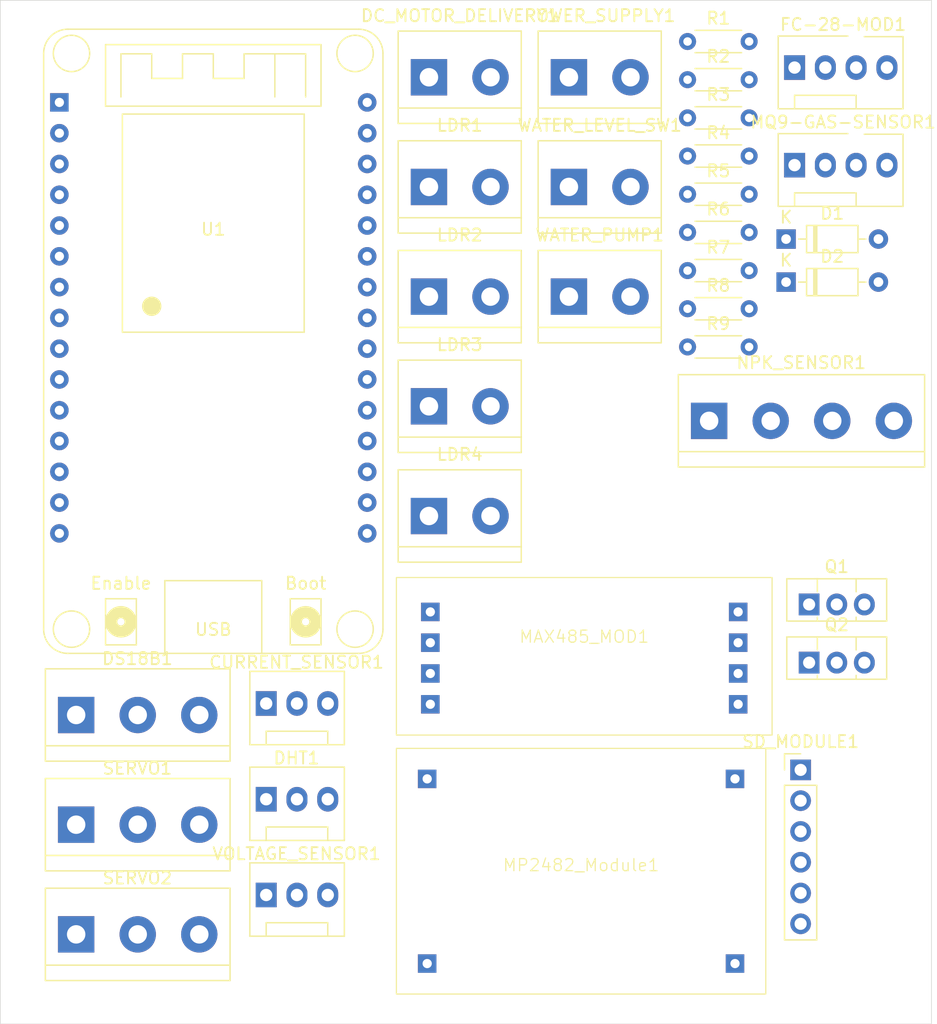
<source format=kicad_pcb>
(kicad_pcb (version 20240108) (generator "pcbnew") (generator_version "8.0")
  (layers (0 "F.Cu" signal) (31 "B.Cu" signal) (34 "B.Paste" user) (35 "F.Paste" user) (36 "B.SilkS" user "B.Silkscreen") (37 "F.SilkS" user "F.Silkscreen") (38 "B.Mask" user) (39 "F.Mask" user) (44 "Edge.Cuts" user))
  (net 0 "")
  (net 1 "GND")
  (net 2 "12 VDC")
  (net 3 "5 VDC")
  (net 4 "Net-(CURRENT_SENSOR1-Pin_2)")
  (net 5 "Net-(D1-A)")
  (net 7 "Net-(D2-A)")
  (net 8 "3.3 VDC")
  (net 9 "DHT11_SIGNAL")
  (net 10 "LDR1_SIGNAL")
  (net 11 "Net-(DS18B1-Pin_2)")
  (net 12 "LDR2_SIGNAL")
  (net 13 "LDR3_SIGNAL")
  (net 14 "FC28_SIGNAL")
  (net 16 "Net-(MAX485_MOD1-A)")
  (net 18 "LDR4_SIGNAL")
  (net 19 "DI_SIGNAL")
  (net 20 "RO_SIGNAL")
  (net 21 "Net-(MAX485_MOD1-B)")
  (net 22 "RE_SIGNAL")
  (net 24 "MQ9_SIGNAL")
  (net 26 "Net-(Q1-B)")
  (net 27 "Net-(Q2-B)")
  (net 28 "DS18B20_SIGNAL")
  (net 29 "CURRSEN_SIGNAL")
  (net 31 "DC_MOTOR_SIGNAL")
  (net 32 "WATER_PUMP_SIGNAL")
  (net 33 "MOSI")
  (net 34 "CLK")
  (net 35 "CS")
  (net 36 "MISO")
  (net 37 "SERVO1_SIGNAL")
  (net 38 "SERVO2_SIGNAL")
  (net 39 "VOLTSEN_SIGNAL")
  (net 40 "WATER_LEVEL_SIGNAL")
  (footprint "TerminalBlock:TerminalBlock_bornier-2_P5.08mm" (layer "F.Cu") (at 68.39 102.715)
    (property "Reference" "LDR3" (at 2.54 -5.08 0) (layer "F.SilkS"))
    (property "Value" "Screw_Terminal_01x02")
    (fp_line (start -2.54 -3.81) (end -2.54 3.81) (stroke (width 0.12)) (layer "F.SilkS"))
    (fp_line (start -2.54 3.81) (end 7.62 3.81) (stroke (width 0.12)) (layer "F.SilkS"))
    (fp_line (start 7.62 -3.81) (end -2.54 -3.81) (stroke (width 0.12)) (layer "F.SilkS"))
    (fp_line (start 7.62 2.54) (end -2.54 2.54) (stroke (width 0.12)) (layer "F.SilkS"))
    (fp_line (start 7.62 3.81) (end 7.62 -3.81) (stroke (width 0.12)) (layer "F.SilkS"))
    (pad "1" thru_hole rect (at 0 0) (size 3 3) (drill 1.52) (layers "*.Cu" "*.Mask") (net 13 "LDR3_SIGNAL"))
    (pad "2" thru_hole circle (at 5.08 0) (size 3 3) (drill 1.52) (layers "*.Cu" "*.Mask") (net 8 "3.3 VDC"))
  )
  (footprint "TerminalBlock:TerminalBlock_bornier-3_P5.08mm" (layer "F.Cu") (at 39.28 146.285)
    (property "Reference" "SERVO2" (at 5.05 -4.65 0) (layer "F.SilkS"))
    (property "Value" "Screw_Terminal_01x03")
    (fp_line (start -2.54 -3.81) (end 12.7 -3.81) (stroke (width 0.12)) (layer "F.SilkS"))
    (fp_line (start -2.54 2.54) (end 12.7 2.54) (stroke (width 0.12)) (layer "F.SilkS"))
    (fp_line (start -2.54 3.81) (end -2.54 -3.81) (stroke (width 0.12)) (layer "F.SilkS"))
    (fp_line (start -2.54 3.81) (end 12.7 3.81) (stroke (width 0.12)) (layer "F.SilkS"))
    (fp_line (start 12.7 3.81) (end 12.7 -3.81) (stroke (width 0.12)) (layer "F.SilkS"))
    (pad "1" thru_hole rect (at 0 0) (size 3 3) (drill 1.52) (layers "*.Cu" "*.Mask") (net 38 "SERVO2_SIGNAL"))
    (pad "2" thru_hole circle (at 5.08 0) (size 3 3) (drill 1.52) (layers "*.Cu" "*.Mask") (net 3 "5 VDC"))
    (pad "3" thru_hole circle (at 10.16 0) (size 3 3) (drill 1.52) (layers "*.Cu" "*.Mask") (net 1 "GND"))
  )
  (footprint "Resistor_THT:R_Axial_DIN0204_L3.6mm_D1.6mm_P5.08mm_Horizontal" (layer "F.Cu") (at 89.73 97.815)
    (property "Reference" "R9" (at 2.54 -1.92 0) (layer "F.SilkS"))
    (property "Value" "220")
    (fp_line (start 0.62 -0.92) (end 4.46 -0.92) (stroke (width 0.12)) (layer "F.SilkS"))
    (fp_line (start 0.62 0.92) (end 4.46 0.92) (stroke (width 0.12)) (layer "F.SilkS"))
    (pad "1" thru_hole circle (at 0 0) (size 1.4 1.4) (drill 0.7) (layers "*.Cu" "*.Mask") (net 27 "Net-(Q2-B)"))
    (pad "2" thru_hole oval (at 5.08 0) (size 1.4 1.4) (drill 0.7) (layers "*.Cu" "*.Mask") (net 32 "WATER_PUMP_SIGNAL"))
  )
  (footprint "Resistor_THT:R_Axial_DIN0204_L3.6mm_D1.6mm_P5.08mm_Horizontal" (layer "F.Cu") (at 89.73 82.065)
    (property "Reference" "R4" (at 2.54 -1.92 0) (layer "F.SilkS"))
    (property "Value" "220")
    (fp_line (start 0.62 -0.92) (end 4.46 -0.92) (stroke (width 0.12)) (layer "F.SilkS"))
    (fp_line (start 0.62 0.92) (end 4.46 0.92) (stroke (width 0.12)) (layer "F.SilkS"))
    (pad "1" thru_hole circle (at 0 0) (size 1.4 1.4) (drill 0.7) (layers "*.Cu" "*.Mask") (net 1 "GND"))
    (pad "2" thru_hole oval (at 5.08 0) (size 1.4 1.4) (drill 0.7) (layers "*.Cu" "*.Mask") (net 18 "LDR4_SIGNAL"))
  )
  (footprint "TerminalBlock:TerminalBlock_bornier-2_P5.08mm" (layer "F.Cu") (at 68.39 111.765)
    (property "Reference" "LDR4" (at 2.54 -5.08 0) (layer "F.SilkS"))
    (property "Value" "Screw_Terminal_01x02")
    (fp_line (start -2.54 -3.81) (end -2.54 3.81) (stroke (width 0.12)) (layer "F.SilkS"))
    (fp_line (start -2.54 3.81) (end 7.62 3.81) (stroke (width 0.12)) (layer "F.SilkS"))
    (fp_line (start 7.62 -3.81) (end -2.54 -3.81) (stroke (width 0.12)) (layer "F.SilkS"))
    (fp_line (start 7.62 2.54) (end -2.54 2.54) (stroke (width 0.12)) (layer "F.SilkS"))
    (fp_line (start 7.62 3.81) (end 7.62 -3.81) (stroke (width 0.12)) (layer "F.SilkS"))
    (pad "1" thru_hole rect (at 0 0) (size 3 3) (drill 1.52) (layers "*.Cu" "*.Mask") (net 18 "LDR4_SIGNAL"))
    (pad "2" thru_hole circle (at 5.08 0) (size 3 3) (drill 1.52) (layers "*.Cu" "*.Mask") (net 8 "3.3 VDC"))
  )
  (footprint "Connector:FanPinHeader_1x03_P2.54mm_Vertical" (layer "F.Cu") (at 54.96 127.235)
    (property "Reference" "CURRENT_SENSOR1" (at 2.5 -3.4 0) (layer "F.SilkS"))
    (property "Value" "DHT11")
    (fp_line (start -1.35 -2.65) (end 6.45 -2.65) (stroke (width 0.12)) (layer "F.SilkS"))
    (fp_line (start -1.35 3.4) (end -1.35 -2.65) (stroke (width 0.12)) (layer "F.SilkS"))
    (fp_line (start 0 2.29) (end 5.08 2.29) (stroke (width 0.12)) (layer "F.SilkS"))
    (fp_line (start 0 3.3) (end 0 2.29) (stroke (width 0.12)) (layer "F.SilkS"))
    (fp_line (start 5.08 2.29) (end 5.08 3.3) (stroke (width 0.12)) (layer "F.SilkS"))
    (fp_line (start 6.45 -2.65) (end 6.45 3.4) (stroke (width 0.12)) (layer "F.SilkS"))
    (fp_line (start 6.45 3.4) (end -1.35 3.4) (stroke (width 0.12)) (layer "F.SilkS"))
    (pad "1" thru_hole rect (at 0 0 90) (size 2.03 1.73) (drill 1.02) (layers "*.Cu" "*.Mask") (net 3 "5 VDC"))
    (pad "2" thru_hole oval (at 2.54 0 90) (size 2.03 1.73) (drill 1.02) (layers "*.Cu" "*.Mask") (net 4 "Net-(CURRENT_SENSOR1-Pin_2)"))
    (pad "3" thru_hole oval (at 5.08 0 90) (size 2.03 1.73) (drill 1.02) (layers "*.Cu" "*.Mask") (net 1 "GND"))
  )
  (footprint "Resistor_THT:R_Axial_DIN0204_L3.6mm_D1.6mm_P5.08mm_Horizontal" (layer "F.Cu") (at 89.73 85.215)
    (property "Reference" "R5" (at 2.54 -1.92 0) (layer "F.SilkS"))
    (property "Value" "4.7K")
    (fp_line (start 0.62 -0.92) (end 4.46 -0.92) (stroke (width 0.12)) (layer "F.SilkS"))
    (fp_line (start 0.62 0.92) (end 4.46 0.92) (stroke (width 0.12)) (layer "F.SilkS"))
    (pad "1" thru_hole circle (at 0 0) (size 1.4 1.4) (drill 0.7) (layers "*.Cu" "*.Mask") (net 28 "DS18B20_SIGNAL"))
    (pad "2" thru_hole oval (at 5.08 0) (size 1.4 1.4) (drill 0.7) (layers "*.Cu" "*.Mask") (net 11 "Net-(DS18B1-Pin_2)"))
  )
  (footprint "TerminalBlock:TerminalBlock_bornier-2_P5.08mm" (layer "F.Cu") (at 68.39 75.565)
    (property "Reference" "DC_MOTOR_DELIVERY1" (at 2.54 -5.08 0) (layer "F.SilkS"))
    (property "Value" "Screw_Terminal_01x02")
    (fp_line (start -2.54 -3.81) (end -2.54 3.81) (stroke (width 0.12)) (layer "F.SilkS"))
    (fp_line (start -2.54 3.81) (end 7.62 3.81) (stroke (width 0.12)) (layer "F.SilkS"))
    (fp_line (start 7.62 -3.81) (end -2.54 -3.81) (stroke (width 0.12)) (layer "F.SilkS"))
    (fp_line (start 7.62 2.54) (end -2.54 2.54) (stroke (width 0.12)) (layer "F.SilkS"))
    (fp_line (start 7.62 3.81) (end 7.62 -3.81) (stroke (width 0.12)) (layer "F.SilkS"))
    (pad "1" thru_hole rect (at 0 0) (size 3 3) (drill 1.52) (layers "*.Cu" "*.Mask") (net 5 "Net-(D1-A)"))
    (pad "2" thru_hole circle (at 5.08 0) (size 3 3) (drill 1.52) (layers "*.Cu" "*.Mask") (net 3 "5 VDC"))
  )
  (footprint "MP2482_Module:MP2482_Module" (layer "F.Cu") (at 80.945 141.0745)
    (property "Reference" "MP2482_Module1" (at 0 -0.5 0) (layer "F.SilkS") (effects (font (thickness 0.1))))
    (property "Value" "~")
    (fp_rect (start -15.24 -10.1345) (end 15.24 10.1345) (stroke (width 0.1)) (fill none) (layer "F.SilkS"))
    (pad "1" thru_hole rect (at -12.7 -7.62) (size 1.524 1.524) (drill 0.762) (layers "*.Cu" "*.Mask") (net 1 "GND"))
    (pad "2" thru_hole rect (at -12.7 7.62) (size 1.524 1.524) (drill 0.762) (layers "*.Cu" "*.Mask") (net 2 "12 VDC"))
    (pad "3" thru_hole rect (at 12.7 7.62) (size 1.524 1.524) (drill 0.762) (layers "*.Cu" "*.Mask") (net 1 "GND"))
    (pad "4" thru_hole rect (at 12.7 -7.62) (size 1.524 1.524) (drill 0.762) (layers "*.Cu" "*.Mask") (net 3 "5 VDC"))
  )
  (footprint "Resistor_THT:R_Axial_DIN0204_L3.6mm_D1.6mm_P5.08mm_Horizontal" (layer "F.Cu") (at 89.73 78.915)
    (property "Reference" "R3" (at 2.54 -1.92 0) (layer "F.SilkS"))
    (property "Value" "220")
    (fp_line (start 0.62 -0.92) (end 4.46 -0.92) (stroke (width 0.12)) (layer "F.SilkS"))
    (fp_line (start 0.62 0.92) (end 4.46 0.92) (stroke (width 0.12)) (layer "F.SilkS"))
    (pad "1" thru_hole circle (at 0 0) (size 1.4 1.4) (drill 0.7) (layers "*.Cu" "*.Mask") (net 1 "GND"))
    (pad "2" thru_hole oval (at 5.08 0) (size 1.4 1.4) (drill 0.7) (layers "*.Cu" "*.Mask") (net 13 "LDR3_SIGNAL"))
  )
  (footprint "TerminalBlock:TerminalBlock_bornier-2_P5.08mm" (layer "F.Cu") (at 68.39 93.665)
    (property "Reference" "LDR2" (at 2.54 -5.08 0) (layer "F.SilkS"))
    (property "Value" "Screw_Terminal_01x02")
    (fp_line (start -2.54 -3.81) (end -2.54 3.81) (stroke (width 0.12)) (layer "F.SilkS"))
    (fp_line (start -2.54 3.81) (end 7.62 3.81) (stroke (width 0.12)) (layer "F.SilkS"))
    (fp_line (start 7.62 -3.81) (end -2.54 -3.81) (stroke (width 0.12)) (layer "F.SilkS"))
    (fp_line (start 7.62 2.54) (end -2.54 2.54) (stroke (width 0.12)) (layer "F.SilkS"))
    (fp_line (start 7.62 3.81) (end 7.62 -3.81) (stroke (width 0.12)) (layer "F.SilkS"))
    (pad "1" thru_hole rect (at 0 0) (size 3 3) (drill 1.52) (layers "*.Cu" "*.Mask") (net 12 "LDR2_SIGNAL"))
    (pad "2" thru_hole circle (at 5.08 0) (size 3 3) (drill 1.52) (layers "*.Cu" "*.Mask") (net 8 "3.3 VDC"))
  )
  (footprint "MAX485_Module:MAX485_MODULE" (layer "F.Cu") (at 81.205 122.22)
    (property "Reference" "MAX485_MOD1" (at 0 -0.5 0) (layer "F.SilkS") (effects (font (thickness 0.1))))
    (property "Value" "~")
    (fp_rect (start -15.5 -5.38) (end 15.5 7.62) (stroke (width 0.1)) (fill none) (layer "F.SilkS"))
    (pad "1" thru_hole rect (at -12.7 -2.54) (size 1.524 1.524) (drill 0.762) (layers "*.Cu" "*.Mask") (net 3 "5 VDC"))
    (pad "2" thru_hole rect (at -12.7 0) (size 1.524 1.524) (drill 0.762) (layers "*.Cu" "*.Mask") (net 21 "Net-(MAX485_MOD1-B)"))
    (pad "3" thru_hole rect (at -12.7 2.54) (size 1.524 1.524) (drill 0.762) (layers "*.Cu" "*.Mask") (net 16 "Net-(MAX485_MOD1-A)"))
    (pad "4" thru_hole rect (at -12.7 5.08) (size 1.524 1.524) (drill 0.762) (layers "*.Cu" "*.Mask") (net 1 "GND"))
    (pad "5" thru_hole rect (at 12.7 5.08) (size 1.524 1.524) (drill 0.762) (layers "*.Cu" "*.Mask") (net 19 "DI_SIGNAL"))
    (pad "6" thru_hole rect (at 12.7 2.54) (size 1.524 1.524) (drill 0.762) (layers "*.Cu" "*.Mask") (net 22 "RE_SIGNAL"))
    (pad "7" thru_hole rect (at 12.7 0) (size 1.524 1.524) (drill 0.762) (layers "*.Cu" "*.Mask") (net 22 "RE_SIGNAL"))
    (pad "8" thru_hole rect (at 12.7 -2.54) (size 1.524 1.524) (drill 0.762) (layers "*.Cu" "*.Mask") (net 20 "RO_SIGNAL"))
  )
  (footprint "Package_TO_SOT_THT:TO-126-3_Vertical" (layer "F.Cu") (at 99.76 119.065)
    (property "Reference" "Q1" (at 2.28 -3.12 0) (layer "F.SilkS"))
    (property "Value" "BD140")
    (fp_line (start -1.841 -2.12) (end -1.841 1.37) (stroke (width 0.12)) (layer "F.SilkS"))
    (fp_line (start -1.841 -2.12) (end 6.4 -2.12) (stroke (width 0.12)) (layer "F.SilkS"))
    (fp_line (start -1.841 1.37) (end 6.4 1.37) (stroke (width 0.12)) (layer "F.SilkS"))
    (fp_line (start 0.68 -2.12) (end 0.68 -1.05) (stroke (width 0.12)) (layer "F.SilkS"))
    (fp_line (start 0.68 1.05) (end 0.68 1.37) (stroke (width 0.12)) (layer "F.SilkS"))
    (fp_line (start 3.88 -2.12) (end 3.88 -1.05) (stroke (width 0.12)) (layer "F.SilkS"))
    (fp_line (start 3.88 1.05) (end 3.88 1.37) (stroke (width 0.12)) (layer "F.SilkS"))
    (fp_line (start 6.4 -2.12) (end 6.4 1.37) (stroke (width 0.12)) (layer "F.SilkS"))
    (pad "1" thru_hole rect (at 0 0) (size 1.71 1.8) (drill 1) (layers "*.Cu" "*.Mask") (net 5 "Net-(D1-A)"))
    (pad "2" thru_hole oval (at 2.28 0) (size 1.71 1.8) (drill 1) (layers "*.Cu" "*.Mask") (net 1 "GND"))
    (pad "3" thru_hole oval (at 4.56 0) (size 1.71 1.8) (drill 1) (layers "*.Cu" "*.Mask") (net 26 "Net-(Q1-B)"))
  )
  (footprint "TerminalBlock:TerminalBlock_bornier-2_P5.08mm" (layer "F.Cu") (at 79.94 93.665)
    (property "Reference" "WATER_PUMP1" (at 2.54 -5.08 0) (layer "F.SilkS"))
    (property "Value" "Screw_Terminal_01x02")
    (fp_line (start -2.54 -3.81) (end -2.54 3.81) (stroke (width 0.12)) (layer "F.SilkS"))
    (fp_line (start -2.54 3.81) (end 7.62 3.81) (stroke (width 0.12)) (layer "F.SilkS"))
    (fp_line (start 7.62 -3.81) (end -2.54 -3.81) (stroke (width 0.12)) (layer "F.SilkS"))
    (fp_line (start 7.62 2.54) (end -2.54 2.54) (stroke (width 0.12)) (layer "F.SilkS"))
    (fp_line (start 7.62 3.81) (end 7.62 -3.81) (stroke (width 0.12)) (layer "F.SilkS"))
    (pad "1" thru_hole rect (at 0 0) (size 3 3) (drill 1.52) (layers "*.Cu" "*.Mask") (net 7 "Net-(D2-A)"))
    (pad "2" thru_hole circle (at 5.08 0) (size 3 3) (drill 1.52) (layers "*.Cu" "*.Mask") (net 2 "12 VDC"))
  )
  (footprint "Resistor_THT:R_Axial_DIN0204_L3.6mm_D1.6mm_P5.08mm_Horizontal" (layer "F.Cu") (at 89.73 88.365)
    (property "Reference" "R6" (at 2.54 -1.92 0) (layer "F.SilkS"))
    (property "Value" "1K")
    (fp_line (start 0.62 -0.92) (end 4.46 -0.92) (stroke (width 0.12)) (layer "F.SilkS"))
    (fp_line (start 0.62 0.92) (end 4.46 0.92) (stroke (width 0.12)) (layer "F.SilkS"))
    (pad "1" thru_hole circle (at 0 0) (size 1.4 1.4) (drill 0.7) (layers "*.Cu" "*.Mask") (net 4 "Net-(CURRENT_SENSOR1-Pin_2)"))
    (pad "2" thru_hole oval (at 5.08 0) (size 1.4 1.4) (drill 0.7) (layers "*.Cu" "*.Mask") (net 29 "CURRSEN_SIGNAL"))
  )
  (footprint "TerminalBlock:TerminalBlock_bornier-3_P5.08mm" (layer "F.Cu") (at 39.28 128.185)
    (property "Reference" "DS18B1" (at 5.05 -4.65 0) (layer "F.SilkS"))
    (property "Value" "Screw_Terminal_01x03")
    (fp_line (start -2.54 -3.81) (end 12.7 -3.81) (stroke (width 0.12)) (layer "F.SilkS"))
    (fp_line (start -2.54 2.54) (end 12.7 2.54) (stroke (width 0.12)) (layer "F.SilkS"))
    (fp_line (start -2.54 3.81) (end -2.54 -3.81) (stroke (width 0.12)) (layer "F.SilkS"))
    (fp_line (start -2.54 3.81) (end 12.7 3.81) (stroke (width 0.12)) (layer "F.SilkS"))
    (fp_line (start 12.7 3.81) (end 12.7 -3.81) (stroke (width 0.12)) (layer "F.SilkS"))
    (pad "1" thru_hole rect (at 0 0) (size 3 3) (drill 1.52) (layers "*.Cu" "*.Mask") (net 8 "3.3 VDC"))
    (pad "2" thru_hole circle (at 5.08 0) (size 3 3) (drill 1.52) (layers "*.Cu" "*.Mask") (net 11 "Net-(DS18B1-Pin_2)"))
    (pad "3" thru_hole circle (at 10.16 0) (size 3 3) (drill 1.52) (layers "*.Cu" "*.Mask") (net 1 "GND"))
  )
  (footprint "TerminalBlock:TerminalBlock_bornier-4_P5.08mm" (layer "F.Cu") (at 91.51 103.915)
    (property "Reference" "NPK_SENSOR1" (at 7.6 -4.8 0) (layer "F.SilkS"))
    (property "Value" "Screw_Terminal_01x04")
    (fp_line (start -2.54 -3.81) (end -2.54 3.81) (stroke (width 0.12)) (layer "F.SilkS"))
    (fp_line (start -2.54 -3.81) (end 17.78 -3.81) (stroke (width 0.12)) (layer "F.SilkS"))
    (fp_line (start -2.54 3.81) (end 17.78 3.81) (stroke (width 0.12)) (layer "F.SilkS"))
    (fp_line (start 17.78 2.54) (end -2.54 2.54) (stroke (width 0.12)) (layer "F.SilkS"))
    (fp_line (start 17.78 3.81) (end 17.78 -3.81) (stroke (width 0.12)) (layer "F.SilkS"))
    (pad "1" thru_hole rect (at 0 0) (size 3 3) (drill 1.52) (layers "*.Cu" "*.Mask") (net 2 "12 VDC"))
    (pad "2" thru_hole circle (at 5.08 0) (size 3 3) (drill 1.52) (layers "*.Cu" "*.Mask") (net 1 "GND"))
    (pad "3" thru_hole circle (at 10.16 0) (size 3 3) (drill 1.52) (layers "*.Cu" "*.Mask") (net 21 "Net-(MAX485_MOD1-B)"))
    (pad "4" thru_hole circle (at 15.24 0) (size 3 3) (drill 1.52) (layers "*.Cu" "*.Mask") (net 16 "Net-(MAX485_MOD1-A)"))
  )
  (footprint "Connector_PinHeader_2.54mm:PinHeader_1x06_P2.54mm_Vertical" (layer "F.Cu") (at 99.06 132.715)
    (property "Reference" "SD_MODULE1" (at 0 -2.33 0) (layer "F.SilkS"))
    (property "Value" "Conn_01x06_Pin")
    (fp_line (start -1.33 -1.33) (end 0 -1.33) (stroke (width 0.12)) (layer "F.SilkS"))
    (fp_line (start -1.33 0) (end -1.33 -1.33) (stroke (width 0.12)) (layer "F.SilkS"))
    (fp_line (start -1.33 1.27) (end -1.33 14.03) (stroke (width 0.12)) (layer "F.SilkS"))
    (fp_line (start -1.33 1.27) (end 1.33 1.27) (stroke (width 0.12)) (layer "F.SilkS"))
    (fp_line (start -1.33 14.03) (end 1.33 14.03) (stroke (width 0.12)) (layer "F.SilkS"))
    (fp_line (start 1.33 1.27) (end 1.33 14.03) (stroke (width 0.12)) (layer "F.SilkS"))
    (pad "1" thru_hole rect (at 0 0) (size 1.7 1.7) (drill 1) (layers "*.Cu" "*.Mask") (net 8 "3.3 VDC"))
    (pad "2" thru_hole oval (at 0 2.54) (size 1.7 1.7) (drill 1) (layers "*.Cu" "*.Mask") (net 35 "CS"))
    (pad "3" thru_hole oval (at 0 5.08) (size 1.7 1.7) (drill 1) (layers "*.Cu" "*.Mask") (net 33 "MOSI"))
    (pad "4" thru_hole oval (at 0 7.62) (size 1.7 1.7) (drill 1) (layers "*.Cu" "*.Mask") (net 34 "CLK"))
    (pad "5" thru_hole oval (at 0 10.16) (size 1.7 1.7) (drill 1) (layers "*.Cu" "*.Mask") (net 36 "MISO"))
    (pad "6" thru_hole oval (at 0 12.7) (size 1.7 1.7) (drill 1) (layers "*.Cu" "*.Mask") (net 1 "GND"))
  )
  (footprint "Resistor_THT:R_Axial_DIN0204_L3.6mm_D1.6mm_P5.08mm_Horizontal" (layer "F.Cu") (at 89.73 94.665)
    (property "Reference" "R8" (at 2.54 -1.92 0) (layer "F.SilkS"))
    (property "Value" "220")
    (fp_line (start 0.62 -0.92) (end 4.46 -0.92) (stroke (width 0.12)) (layer "F.SilkS"))
    (fp_line (start 0.62 0.92) (end 4.46 0.92) (stroke (width 0.12)) (layer "F.SilkS"))
    (pad "1" thru_hole circle (at 0 0) (size 1.4 1.4) (drill 0.7) (layers "*.Cu" "*.Mask") (net 26 "Net-(Q1-B)"))
    (pad "2" thru_hole oval (at 5.08 0) (size 1.4 1.4) (drill 0.7) (layers "*.Cu" "*.Mask") (net 31 "DC_MOTOR_SIGNAL"))
  )
  (footprint "Resistor_THT:R_Axial_DIN0204_L3.6mm_D1.6mm_P5.08mm_Horizontal" (layer "F.Cu") (at 89.73 91.515)
    (property "Reference" "R7" (at 2.54 -1.92 0) (layer "F.SilkS"))
    (property "Value" "2K")
    (fp_line (start 0.62 -0.92) (end 4.46 -0.92) (stroke (width 0.12)) (layer "F.SilkS"))
    (fp_line (start 0.62 0.92) (end 4.46 0.92) (stroke (width 0.12)) (layer "F.SilkS"))
    (pad "1" thru_hole circle (at 0 0) (size 1.4 1.4) (drill 0.7) (layers "*.Cu" "*.Mask") (net 1 "GND"))
    (pad "2" thru_hole oval (at 5.08 0) (size 1.4 1.4) (drill 0.7) (layers "*.Cu" "*.Mask") (net 29 "CURRSEN_SIGNAL"))
  )
  (footprint "Resistor_THT:R_Axial_DIN0204_L3.6mm_D1.6mm_P5.08mm_Horizontal" (layer "F.Cu") (at 89.73 75.765)
    (property "Reference" "R2" (at 2.54 -1.92 0) (layer "F.SilkS"))
    (property "Value" "220")
    (fp_line (start 0.62 -0.92) (end 4.46 -0.92) (stroke (width 0.12)) (layer "F.SilkS"))
    (fp_line (start 0.62 0.92) (end 4.46 0.92) (stroke (width 0.12)) (layer "F.SilkS"))
    (pad "1" thru_hole circle (at 0 0) (size 1.4 1.4) (drill 0.7) (layers "*.Cu" "*.Mask") (net 1 "GND"))
    (pad "2" thru_hole oval (at 5.08 0) (size 1.4 1.4) (drill 0.7) (layers "*.Cu" "*.Mask") (net 12 "LDR2_SIGNAL"))
  )
  (footprint "TerminalBlock:TerminalBlock_bornier-2_P5.08mm" (layer "F.Cu") (at 68.39 84.615)
    (property "Reference" "LDR1" (at 2.54 -5.08 0) (layer "F.SilkS"))
    (property "Value" "Screw_Terminal_01x02")
    (fp_line (start -2.54 -3.81) (end -2.54 3.81) (stroke (width 0.12)) (layer "F.SilkS"))
    (fp_line (start -2.54 3.81) (end 7.62 3.81) (stroke (width 0.12)) (layer "F.SilkS"))
    (fp_line (start 7.62 -3.81) (end -2.54 -3.81) (stroke (width 0.12)) (layer "F.SilkS"))
    (fp_line (start 7.62 2.54) (end -2.54 2.54) (stroke (width 0.12)) (layer "F.SilkS"))
    (fp_line (start 7.62 3.81) (end 7.62 -3.81) (stroke (width 0.12)) (layer "F.SilkS"))
    (pad "1" thru_hole rect (at 0 0) (size 3 3) (drill 1.52) (layers "*.Cu" "*.Mask") (net 10 "LDR1_SIGNAL"))
    (pad "2" thru_hole circle (at 5.08 0) (size 3 3) (drill 1.52) (layers "*.Cu" "*.Mask") (net 8 "3.3 VDC"))
  )
  (footprint "TerminalBlock:TerminalBlock_bornier-2_P5.08mm" (layer "F.Cu") (at 79.94 84.615)
    (property "Reference" "WATER_LEVEL_SW1" (at 2.54 -5.08 0) (layer "F.SilkS"))
    (property "Value" "Screw_Terminal_01x02")
    (fp_line (start -2.54 -3.81) (end -2.54 3.81) (stroke (width 0.12)) (layer "F.SilkS"))
    (fp_line (start -2.54 3.81) (end 7.62 3.81) (stroke (width 0.12)) (layer "F.SilkS"))
    (fp_line (start 7.62 -3.81) (end -2.54 -3.81) (stroke (width 0.12)) (layer "F.SilkS"))
    (fp_line (start 7.62 2.54) (end -2.54 2.54) (stroke (width 0.12)) (layer "F.SilkS"))
    (fp_line (start 7.62 3.81) (end 7.62 -3.81) (stroke (width 0.12)) (layer "F.SilkS"))
    (pad "1" thru_hole rect (at 0 0) (size 3 3) (drill 1.52) (layers "*.Cu" "*.Mask") (net 1 "GND"))
    (pad "2" thru_hole circle (at 5.08 0) (size 3 3) (drill 1.52) (layers "*.Cu" "*.Mask") (net 40 "WATER_LEVEL_SIGNAL"))
  )
  (footprint "Diode_THT:D_DO-35_SOD27_P7.62mm_Horizontal" (layer "F.Cu") (at 97.86 88.915)
    (property "Reference" "D1" (at 3.81 -2.12 0) (layer "F.SilkS"))
    (property "Value" "1N4148")
    (fp_line (start 1.04 0) (end 1.69 0) (stroke (width 0.12)) (layer "F.SilkS"))
    (fp_line (start 1.69 -1.12) (end 1.69 1.12) (stroke (width 0.12)) (layer "F.SilkS"))
    (fp_line (start 1.69 1.12) (end 5.93 1.12) (stroke (width 0.12)) (layer "F.SilkS"))
    (fp_line (start 2.29 -1.12) (end 2.29 1.12) (stroke (width 0.12)) (layer "F.SilkS"))
    (fp_line (start 2.41 -1.12) (end 2.41 1.12) (stroke (width 0.12)) (layer "F.SilkS"))
    (fp_line (start 2.53 -1.12) (end 2.53 1.12) (stroke (width 0.12)) (layer "F.SilkS"))
    (fp_line (start 5.93 -1.12) (end 1.69 -1.12) (stroke (width 0.12)) (layer "F.SilkS"))
    (fp_line (start 5.93 1.12) (end 5.93 -1.12) (stroke (width 0.12)) (layer "F.SilkS"))
    (fp_line (start 6.58 0) (end 5.93 0) (stroke (width 0.12)) (layer "F.SilkS"))
    (fp_text user "K" (at 0 -1.8 0) (layer "F.SilkS"))
    (pad "1" thru_hole rect (at 0 0) (size 1.6 1.6) (drill 0.8) (layers "*.Cu" "*.Mask") (net 3 "5 VDC"))
    (pad "2" thru_hole oval (at 7.62 0) (size 1.6 1.6) (drill 0.8) (layers "*.Cu" "*.Mask") (net 5 "Net-(D1-A)"))
  )
  (footprint "Connector:FanPinHeader_1x04_P2.54mm_Vertical" (layer "F.Cu") (at 98.56 74.765)
    (property "Reference" "FC-28-MOD1" (at 4 -3.55 0) (layer "F.SilkS"))
    (property "Value" "FC-28-MOD")
    (fp_line (start -1.35 -2.6) (end 4.4 -2.6) (stroke (width 0.12)) (layer "F.SilkS"))
    (fp_line (start -1.35 3.4) (end -1.35 -2.6) (stroke (width 0.12)) (layer "F.SilkS"))
    (fp_line (start 0 2.29) (end 5.08 2.29) (stroke (width 0.12)) (layer "F.SilkS"))
    (fp_line (start 0 3.3) (end 0 2.29) (stroke (width 0.12)) (layer "F.SilkS"))
    (fp_line (start 5.08 2.29) (end 5.08 3.3) (stroke (width 0.12)) (layer "F.SilkS"))
    (fp_line (start 5.75 -2.55) (end 8.95 -2.55) (stroke (width 0.12)) (layer "F.SilkS"))
    (fp_line (start 8.95 -2.55) (end 8.95 3.4) (stroke (width 0.12)) (layer "F.SilkS"))
    (fp_line (start 8.95 3.4) (end -1.35 3.4) (stroke (width 0.12)) (layer "F.SilkS"))
    (pad "" np_thru_hole circle (at 5.08 -2.16 90) (size 1.1 1.1) (drill 1.1) (layers "*.Cu" "*.Mask"))
    (pad "1" thru_hole rect (at 0 0 90) (size 2.03 1.73) (drill 1.02) (layers "*.Cu" "*.Mask") (net 14 "FC28_SIGNAL"))
    (pad "2" thru_hole oval (at 2.54 0 90) (size 2.03 1.73) (drill 1.02) (layers "*.Cu" "*.Mask"))
    (pad "3" thru_hole oval (at 5.08 0 90) (size 2.03 1.73) (drill 1.02) (layers "*.Cu" "*.Mask") (net 1 "GND"))
    (pad "4" thru_hole oval (at 7.62 0 90) (size 2.03 1.73) (drill 1.02) (layers "*.Cu" "*.Mask") (net 3 "5 VDC"))
  )
  (footprint "Connector:FanPinHeader_1x03_P2.54mm_Vertical" (layer "F.Cu") (at 54.96 135.135)
    (property "Reference" "DHT1" (at 2.5 -3.4 0) (layer "F.SilkS"))
    (property "Value" "DHT11")
    (fp_line (start -1.35 -2.65) (end 6.45 -2.65) (stroke (width 0.12)) (layer "F.SilkS"))
    (fp_line (start -1.35 3.4) (end -1.35 -2.65) (stroke (width 0.12)) (layer "F.SilkS"))
    (fp_line (start 0 2.29) (end 5.08 2.29) (stroke (width 0.12)) (layer "F.SilkS"))
    (fp_line (start 0 3.3) (end 0 2.29) (stroke (width 0.12)) (layer "F.SilkS"))
    (fp_line (start 5.08 2.29) (end 5.08 3.3) (stroke (width 0.12)) (layer "F.SilkS"))
    (fp_line (start 6.45 -2.65) (end 6.45 3.4) (stroke (width 0.12)) (layer "F.SilkS"))
    (fp_line (start 6.45 3.4) (end -1.35 3.4) (stroke (width 0.12)) (layer "F.SilkS"))
    (pad "1" thru_hole rect (at 0 0 90) (size 2.03 1.73) (drill 1.02) (layers "*.Cu" "*.Mask") (net 9 "DHT11_SIGNAL"))
    (pad "2" thru_hole oval (at 2.54 0 90) (size 2.03 1.73) (drill 1.02) (layers "*.Cu" "*.Mask") (net 3 "5 VDC"))
    (pad "3" thru_hole oval (at 5.08 0 90) (size 2.03 1.73) (drill 1.02) (layers "*.Cu" "*.Mask") (net 1 "GND"))
  )
  (footprint "esp32_devkit_v1_doit:esp32_devkit_v1_doit" (layer "F.Cu") (at 50.595 77.64)
    (property "Reference" "U1" (at 0 10.47 0) (layer "F.SilkS"))
    (property "Value" "ESP32_DevKit_V1_DOIT")
    (fp_line (start -14 -4.04) (end -14 43.46) (stroke (width 0.12)) (layer "F.SilkS"))
    (fp_line (start -12 -6.04) (end 12 -6.04) (stroke (width 0.12)) (layer "F.SilkS"))
    (fp_line (start -12 45.46) (end 12 45.46) (stroke (width 0.12)) (layer "F.SilkS"))
    (fp_line (start -8.89 -4.77) (end 8.89 -4.77) (stroke (width 0.12)) (layer "F.SilkS"))
    (fp_line (start -8.89 0.31) (end -8.89 -4.77) (stroke (width 0.12)) (layer "F.SilkS"))
    (fp_line (start -8.89 40.95) (end -6.35 40.95) (stroke (width 0.12)) (layer "F.SilkS"))
    (fp_line (start -8.89 44.76) (end -8.89 40.95) (stroke (width 0.12)) (layer "F.SilkS"))
    (fp_line (start -7.62 -4.008) (end -5.08 -4.008) (stroke (width 0.12)) (layer "F.SilkS"))
    (fp_line (start -7.62 -0.452) (end -7.62 -4.008) (stroke (width 0.12)) (layer "F.SilkS"))
    (fp_line (start -7.5 0.96) (end 7.5 0.96) (stroke (width 0.12)) (layer "F.SilkS"))
    (fp_line (start -7.5 18.96) (end -7.5 0.96) (stroke (width 0.12)) (layer "F.SilkS"))
    (fp_line (start -6.35 40.95) (end -6.35 44.76) (stroke (width 0.12)) (layer "F.SilkS"))
    (fp_line (start -6.35 44.76) (end -8.89 44.76) (stroke (width 0.12)) (layer "F.SilkS"))
    (fp_line (start -5.08 -4.008) (end -5.08 -1.976) (stroke (width 0.12)) (layer "F.SilkS"))
    (fp_line (start -5.08 -1.976) (end -2.54 -1.976) (stroke (width 0.12)) (layer "F.SilkS"))
    (fp_line (start -4 39.46) (end -4 45.46) (stroke (width 0.12)) (layer "F.SilkS"))
    (fp_line (start -4 39.46) (end 4 39.46) (stroke (width 0.12)) (layer "F.SilkS"))
    (fp_line (start -2.54 -4.008) (end 0 -4.008) (stroke (width 0.12)) (layer "F.SilkS"))
    (fp_line (start -2.54 -1.976) (end -2.54 -4.008) (stroke (width 0.12)) (layer "F.SilkS"))
    (fp_line (start 0 -4.008) (end 0 -1.976) (stroke (width 0.12)) (layer "F.SilkS"))
    (fp_line (start 0 -1.976) (end 2.54 -1.976) (stroke (width 0.12)) (layer "F.SilkS"))
    (fp_line (start 2.54 -4.008) (end 7.62 -4.008) (stroke (width 0.12)) (layer "F.SilkS"))
    (fp_line (start 2.54 -1.976) (end 2.54 -4.008) (stroke (width 0.12)) (layer "F.SilkS"))
    (fp_line (start 4 39.46) (end 4 45.46) (stroke (width 0.12)) (layer "F.SilkS"))
    (fp_line (start 5.08 -4.008) (end 5.08 -0.452) (stroke (width 0.12)) (layer "F.SilkS"))
    (fp_line (start 6.35 40.95) (end 8.89 40.95) (stroke (width 0.12)) (layer "F.SilkS"))
    (fp_line (start 6.35 44.76) (end 6.35 40.95) (stroke (width 0.12)) (layer "F.SilkS"))
    (fp_line (start 7.5 0.96) (end 7.5 18.96) (stroke (width 0.12)) (layer "F.SilkS"))
    (fp_line (start 7.5 18.96) (end -7.5 18.96) (stroke (width 0.12)) (layer "F.SilkS"))
    (fp_line (start 7.62 -4.008) (end 7.62 -0.452) (stroke (width 0.12)) (layer "F.SilkS"))
    (fp_line (start 8.89 -4.77) (end 8.89 0.31) (stroke (width 0.12)) (layer "F.SilkS"))
    (fp_line (start 8.89 0.31) (end -8.89 0.31) (stroke (width 0.12)) (layer "F.SilkS"))
    (fp_line (start 8.89 40.95) (end 8.89 44.76) (stroke (width 0.12)) (layer "F.SilkS"))
    (fp_line (start 8.89 44.76) (end 6.35 44.76) (stroke (width 0.12)) (layer "F.SilkS"))
    (fp_line (start 14 43.46) (end 14 -4.04) (stroke (width 0.12)) (layer "F.SilkS"))
    (fp_arc (start -14 -4.04) (mid -13.414214 -5.454214) (end -12 -6.04) (stroke (width 0.12)) (layer "F.SilkS"))
    (fp_arc (start -12 45.46) (mid -13.414214 44.874214) (end -14 43.46) (stroke (width 0.12)) (layer "F.SilkS"))
    (fp_arc (start 12 -6.04) (mid 13.414214 -5.454214) (end 14 -4.04) (stroke (width 0.12)) (layer "F.SilkS"))
    (fp_arc (start 14 43.46) (mid 13.414214 44.874214) (end 12 45.46) (stroke (width 0.12)) (layer "F.SilkS"))
    (fp_circle (center -11.7 -4.04) (end -10.2 -4.04) (stroke (width 0.12)) (fill none) (layer "F.SilkS"))
    (fp_circle (center -11.7 43.46) (end -10.2 43.46) (stroke (width 0.12)) (fill none) (layer "F.SilkS"))
    (fp_circle (center -7.62 42.855) (end -7.32 42.855) (stroke (width 1)) (fill none) (layer "F.SilkS"))
    (fp_circle (center -5.08 16.82) (end -4.68 16.82) (stroke (width 0.8)) (fill none) (layer "F.SilkS"))
    (fp_circle (center 7.62 42.855) (end 7.92 42.855) (stroke (width 1)) (fill none) (layer "F.SilkS"))
    (fp_circle (center 11.7 -4.04) (end 13.2 -4.04) (stroke (width 0.12)) (fill none) (layer "F.SilkS"))
    (fp_circle (center 11.7 43.46) (end 13.2 43.46) (stroke (width 0.12)) (fill none) (layer "F.SilkS"))
    (fp_text user "Boot" (at 7.62 39.68 0) (layer "F.SilkS"))
    (fp_text user "Enable" (at -7.62 39.68 0) (layer "F.SilkS"))
    (fp_text user "USB" (at 0 43.49 0) (layer "F.SilkS"))
    (pad "1" thru_hole rect (at -12.7 0) (size 1.524 1.524) (drill 0.762) (layers "*.Cu" "*.Mask"))
    (pad "2" thru_hole circle (at -12.7 2.54) (size 1.524 1.524) (drill 0.762) (layers "*.Cu" "*.Mask") (net 37 "SERVO1_SIGNAL"))
    (pad "3" thru_hole circle (at -12.7 5.08) (size 1.524 1.524) (drill 0.762) (layers "*.Cu" "*.Mask") (net 38 "SERVO2_SIGNAL"))
    (pad "4" thru_hole circle (at -12.7 7.62) (size 1.524 1.524) (drill 0.762) (layers "*.Cu" "*.Mask") (net 10 "LDR1_SIGNAL"))
    (pad "5" thru_hole circle (at -12.7 10.16) (size 1.524 1.524) (drill 0.762) (layers "*.Cu" "*.Mask") (net 12 "LDR2_SIGNAL"))
    (pad "6" thru_hole circle (at -12.7 12.7) (size 1.524 1.524) (drill 0.762) (layers "*.Cu" "*.Mask") (net 13 "LDR3_SIGNAL"))
    (pad "7" thru_hole circle (at -12.7 15.24) (size 1.524 1.524) (drill 0.762) (layers "*.Cu" "*.Mask") (net 18 "LDR4_SIGNAL"))
    (pad "8" thru_hole circle (at -12.7 17.78) (size 1.524 1.524) (drill 0.762) (layers "*.Cu" "*.Mask") (net 24 "MQ9_SIGNAL"))
    (pad "9" thru_hole circle (at -12.7 20.32) (size 1.524 1.524) (drill 0.762) (layers "*.Cu" "*.Mask") (net 28 "DS18B20_SIGNAL"))
    (pad "10" thru_hole circle (at -12.7 22.86) (size 1.524 1.524) (drill 0.762) (layers "*.Cu" "*.Mask") (net 14 "FC28_SIGNAL"))
    (pad "11" thru_hole circle (at -12.7 25.4) (size 1.524 1.524) (drill 0.762) (layers "*.Cu" "*.Mask") (net 40 "WATER_LEVEL_SIGNAL"))
    (pad "12" thru_hole circle (at -12.7 27.94) (size 1.524 1.524) (drill 0.762) (layers "*.Cu" "*.Mask"))
    (pad "13" thru_hole circle (at -12.7 30.48) (size 1.524 1.524) (drill 0.762) (layers "*.Cu" "*.Mask"))
    (pad "14" thru_hole circle (at -12.7 33.02) (size 1.524 1.524) (drill 0.762) (layers "*.Cu" "*.Mask") (net 1 "GND"))
    (pad "15" thru_hole circle (at -12.7 35.56) (size 1.524 1.524) (drill 0.762) (layers "*.Cu" "*.Mask") (net 3 "5 VDC"))
    (pad "16" thru_hole circle (at 12.7 35.56) (size 1.524 1.524) (drill 0.762) (layers "*.Cu" "*.Mask") (net 8 "3.3 VDC"))
    (pad "17" thru_hole circle (at 12.7 33.02) (size 1.524 1.524) (drill 0.762) (layers "*.Cu" "*.Mask") (net 1 "GND"))
    (pad "18" thru_hole circle (at 12.7 30.48) (size 1.524 1.524) (drill 0.762) (layers "*.Cu" "*.Mask") (net 39 "VOLTSEN_SIGNAL"))
    (pad "19" thru_hole circle (at 12.7 27.94) (size 1.524 1.524) (drill 0.762) (layers "*.Cu" "*.Mask") (net 9 "DHT11_SIGNAL"))
    (pad "20" thru_hole circle (at 12.7 25.4) (size 1.524 1.524) (drill 0.762) (layers "*.Cu" "*.Mask") (net 29 "CURRSEN_SIGNAL"))
    (pad "21" thru_hole circle (at 12.7 22.86) (size 1.524 1.524) (drill 0.762) (layers "*.Cu" "*.Mask") (net 32 "WATER_PUMP_SIGNAL"))
    (pad "22" thru_hole circle (at 12.7 20.32) (size 1.524 1.524) (drill 0.762) (layers "*.Cu" "*.Mask") (net 31 "DC_MOTOR_SIGNAL"))
    (pad "23" thru_hole circle (at 12.7 17.78) (size 1.524 1.524) (drill 0.762) (layers "*.Cu" "*.Mask") (net 35 "CS"))
    (pad "24" thru_hole circle (at 12.7 15.24) (size 1.524 1.524) (drill 0.762) (layers "*.Cu" "*.Mask") (net 34 "CLK"))
    (pad "25" thru_hole circle (at 12.7 12.7) (size 1.524 1.524) (drill 0.762) (layers "*.Cu" "*.Mask") (net 36 "MISO"))
    (pad "26" thru_hole circle (at 12.7 10.16) (size 1.524 1.524) (drill 0.762) (layers "*.Cu" "*.Mask"))
    (pad "27" thru_hole circle (at 12.7 7.62) (size 1.524 1.524) (drill 0.762) (layers "*.Cu" "*.Mask") (net 20 "RO_SIGNAL"))
    (pad "28" thru_hole circle (at 12.7 5.08) (size 1.524 1.524) (drill 0.762) (layers "*.Cu" "*.Mask") (net 19 "DI_SIGNAL"))
    (pad "29" thru_hole circle (at 12.7 2.54) (size 1.524 1.524) (drill 0.762) (layers "*.Cu" "*.Mask") (net 22 "RE_SIGNAL"))
    (pad "30" thru_hole circle (at 12.7 0) (size 1.524 1.524) (drill 0.762) (layers "*.Cu" "*.Mask") (net 33 "MOSI"))
  )
  (footprint "TerminalBlock:TerminalBlock_bornier-2_P5.08mm" (layer "F.Cu") (at 79.94 75.565)
    (property "Reference" "POWER_SUPPLY1" (at 2.54 -5.08 0) (layer "F.SilkS"))
    (property "Value" "Screw_Terminal_01x02")
    (fp_line (start -2.54 -3.81) (end -2.54 3.81) (stroke (width 0.12)) (layer "F.SilkS"))
    (fp_line (start -2.54 3.81) (end 7.62 3.81) (stroke (width 0.12)) (layer "F.SilkS"))
    (fp_line (start 7.62 -3.81) (end -2.54 -3.81) (stroke (width 0.12)) (layer "F.SilkS"))
    (fp_line (start 7.62 2.54) (end -2.54 2.54) (stroke (width 0.12)) (layer "F.SilkS"))
    (fp_line (start 7.62 3.81) (end 7.62 -3.81) (stroke (width 0.12)) (layer "F.SilkS"))
    (pad "1" thru_hole rect (at 0 0) (size 3 3) (drill 1.52) (layers "*.Cu" "*.Mask") (net 2 "12 VDC"))
    (pad "2" thru_hole circle (at 5.08 0) (size 3 3) (drill 1.52) (layers "*.Cu" "*.Mask") (net 1 "GND"))
  )
  (footprint "Package_TO_SOT_THT:TO-126-3_Vertical" (layer "F.Cu") (at 99.76 123.865)
    (property "Reference" "Q2" (at 2.28 -3.12 0) (layer "F.SilkS"))
    (property "Value" "BD140")
    (fp_line (start -1.841 -2.12) (end -1.841 1.37) (stroke (width 0.12)) (layer "F.SilkS"))
    (fp_line (start -1.841 -2.12) (end 6.4 -2.12) (stroke (width 0.12)) (layer "F.SilkS"))
    (fp_line (start -1.841 1.37) (end 6.4 1.37) (stroke (width 0.12)) (layer "F.SilkS"))
    (fp_line (start 0.68 -2.12) (end 0.68 -1.05) (stroke (width 0.12)) (layer "F.SilkS"))
    (fp_line (start 0.68 1.05) (end 0.68 1.37) (stroke (width 0.12)) (layer "F.SilkS"))
    (fp_line (start 3.88 -2.12) (end 3.88 -1.05) (stroke (width 0.12)) (layer "F.SilkS"))
    (fp_line (start 3.88 1.05) (end 3.88 1.37) (stroke (width 0.12)) (layer "F.SilkS"))
    (fp_line (start 6.4 -2.12) (end 6.4 1.37) (stroke (width 0.12)) (layer "F.SilkS"))
    (pad "1" thru_hole rect (at 0 0) (size 1.71 1.8) (drill 1) (layers "*.Cu" "*.Mask") (net 7 "Net-(D2-A)"))
    (pad "2" thru_hole oval (at 2.28 0) (size 1.71 1.8) (drill 1) (layers "*.Cu" "*.Mask") (net 1 "GND"))
    (pad "3" thru_hole oval (at 4.56 0) (size 1.71 1.8) (drill 1) (layers "*.Cu" "*.Mask") (net 27 "Net-(Q2-B)"))
  )
  (footprint "TerminalBlock:TerminalBlock_bornier-3_P5.08mm" (layer "F.Cu") (at 39.28 137.235)
    (property "Reference" "SERVO1" (at 5.05 -4.65 0) (layer "F.SilkS"))
    (property "Value" "Screw_Terminal_01x03")
    (fp_line (start -2.54 -3.81) (end 12.7 -3.81) (stroke (width 0.12)) (layer "F.SilkS"))
    (fp_line (start -2.54 2.54) (end 12.7 2.54) (stroke (width 0.12)) (layer "F.SilkS"))
    (fp_line (start -2.54 3.81) (end -2.54 -3.81) (stroke (width 0.12)) (layer "F.SilkS"))
    (fp_line (start -2.54 3.81) (end 12.7 3.81) (stroke (width 0.12)) (layer "F.SilkS"))
    (fp_line (start 12.7 3.81) (end 12.7 -3.81) (stroke (width 0.12)) (layer "F.SilkS"))
    (pad "1" thru_hole rect (at 0 0) (size 3 3) (drill 1.52) (layers "*.Cu" "*.Mask") (net 37 "SERVO1_SIGNAL"))
    (pad "2" thru_hole circle (at 5.08 0) (size 3 3) (drill 1.52) (layers "*.Cu" "*.Mask") (net 3 "5 VDC"))
    (pad "3" thru_hole circle (at 10.16 0) (size 3 3) (drill 1.52) (layers "*.Cu" "*.Mask") (net 1 "GND"))
  )
  (footprint "Diode_THT:D_DO-35_SOD27_P7.62mm_Horizontal" (layer "F.Cu") (at 97.86 92.465)
    (property "Reference" "D2" (at 3.81 -2.12 0) (layer "F.SilkS"))
    (property "Value" "1N4148")
    (fp_line (start 1.04 0) (end 1.69 0) (stroke (width 0.12)) (layer "F.SilkS"))
    (fp_line (start 1.69 -1.12) (end 1.69 1.12) (stroke (width 0.12)) (layer "F.SilkS"))
    (fp_line (start 1.69 1.12) (end 5.93 1.12) (stroke (width 0.12)) (layer "F.SilkS"))
    (fp_line (start 2.29 -1.12) (end 2.29 1.12) (stroke (width 0.12)) (layer "F.SilkS"))
    (fp_line (start 2.41 -1.12) (end 2.41 1.12) (stroke (width 0.12)) (layer "F.SilkS"))
    (fp_line (start 2.53 -1.12) (end 2.53 1.12) (stroke (width 0.12)) (layer "F.SilkS"))
    (fp_line (start 5.93 -1.12) (end 1.69 -1.12) (stroke (width 0.12)) (layer "F.SilkS"))
    (fp_line (start 5.93 1.12) (end 5.93 -1.12) (stroke (width 0.12)) (layer "F.SilkS"))
    (fp_line (start 6.58 0) (end 5.93 0) (stroke (width 0.12)) (layer "F.SilkS"))
    (fp_text user "K" (at 0 -1.8 0) (layer "F.SilkS"))
    (pad "1" thru_hole rect (at 0 0) (size 1.6 1.6) (drill 0.8) (layers "*.Cu" "*.Mask") (net 2 "12 VDC"))
    (pad "2" thru_hole oval (at 7.62 0) (size 1.6 1.6) (drill 0.8) (layers "*.Cu" "*.Mask") (net 7 "Net-(D2-A)"))
  )
  (footprint "Connector:FanPinHeader_1x04_P2.54mm_Vertical" (layer "F.Cu") (at 98.56 82.815)
    (property "Reference" "MQ9-GAS-SENSOR1" (at 4 -3.55 0) (layer "F.SilkS"))
    (property "Value" "FC-28-MOD")
    (fp_line (start -1.35 -2.6) (end 4.4 -2.6) (stroke (width 0.12)) (layer "F.SilkS"))
    (fp_line (start -1.35 3.4) (end -1.35 -2.6) (stroke (width 0.12)) (layer "F.SilkS"))
    (fp_line (start 0 2.29) (end 5.08 2.29) (stroke (width 0.12)) (layer "F.SilkS"))
    (fp_line (start 0 3.3) (end 0 2.29) (stroke (width 0.12)) (layer "F.SilkS"))
    (fp_line (start 5.08 2.29) (end 5.08 3.3) (stroke (width 0.12)) (layer "F.SilkS"))
    (fp_line (start 5.75 -2.55) (end 8.95 -2.55) (stroke (width 0.12)) (layer "F.SilkS"))
    (fp_line (start 8.95 -2.55) (end 8.95 3.4) (stroke (width 0.12)) (layer "F.SilkS"))
    (fp_line (start 8.95 3.4) (end -1.35 3.4) (stroke (width 0.12)) (layer "F.SilkS"))
    (pad "" np_thru_hole circle (at 5.08 -2.16 90) (size 1.1 1.1) (drill 1.1) (layers "*.Cu" "*.Mask"))
    (pad "1" thru_hole rect (at 0 0 90) (size 2.03 1.73) (drill 1.02) (layers "*.Cu" "*.Mask") (net 3 "5 VDC"))
    (pad "2" thru_hole oval (at 2.54 0 90) (size 2.03 1.73) (drill 1.02) (layers "*.Cu" "*.Mask") (net 1 "GND"))
    (pad "3" thru_hole oval (at 5.08 0 90) (size 2.03 1.73) (drill 1.02) (layers "*.Cu" "*.Mask"))
    (pad "4" thru_hole oval (at 7.62 0 90) (size 2.03 1.73) (drill 1.02) (layers "*.Cu" "*.Mask") (net 24 "MQ9_SIGNAL"))
  )
  (footprint "Connector:FanPinHeader_1x03_P2.54mm_Vertical" (layer "F.Cu") (at 54.96 143.035)
    (property "Reference" "VOLTAGE_SENSOR1" (at 2.5 -3.4 0) (layer "F.SilkS"))
    (property "Value" "DHT11")
    (fp_line (start -1.35 -2.65) (end 6.45 -2.65) (stroke (width 0.12)) (layer "F.SilkS"))
    (fp_line (start -1.35 3.4) (end -1.35 -2.65) (stroke (width 0.12)) (layer "F.SilkS"))
    (fp_line (start 0 2.29) (end 5.08 2.29) (stroke (width 0.12)) (layer "F.SilkS"))
    (fp_line (start 0 3.3) (end 0 2.29) (stroke (width 0.12)) (layer "F.SilkS"))
    (fp_line (start 5.08 2.29) (end 5.08 3.3) (stroke (width 0.12)) (layer "F.SilkS"))
    (fp_line (start 6.45 -2.65) (end 6.45 3.4) (stroke (width 0.12)) (layer "F.SilkS"))
    (fp_line (start 6.45 3.4) (end -1.35 3.4) (stroke (width 0.12)) (layer "F.SilkS"))
    (pad "1" thru_hole rect (at 0 0 90) (size 2.03 1.73) (drill 1.02) (layers "*.Cu" "*.Mask") (net 39 "VOLTSEN_SIGNAL"))
    (pad "2" thru_hole oval (at 2.54 0 90) (size 2.03 1.73) (drill 1.02) (layers "*.Cu" "*.Mask") (net 3 "5 VDC"))
    (pad "3" thru_hole oval (at 5.08 0 90) (size 2.03 1.73) (drill 1.02) (layers "*.Cu" "*.Mask") (net 1 "GND"))
  )
  (footprint "Resistor_THT:R_Axial_DIN0204_L3.6mm_D1.6mm_P5.08mm_Horizontal" (layer "F.Cu") (at 89.73 72.615)
    (property "Reference" "R1" (at 2.54 -1.92 0) (layer "F.SilkS"))
    (property "Value" "220")
    (fp_line (start 0.62 -0.92) (end 4.46 -0.92) (stroke (width 0.12)) (layer "F.SilkS"))
    (fp_line (start 0.62 0.92) (end 4.46 0.92) (stroke (width 0.12)) (layer "F.SilkS"))
    (pad "1" thru_hole circle (at 0 0) (size 1.4 1.4) (drill 0.7) (layers "*.Cu" "*.Mask") (net 1 "GND"))
    (pad "2" thru_hole oval (at 5.08 0) (size 1.4 1.4) (drill 0.7) (layers "*.Cu" "*.Mask") (net 10 "LDR1_SIGNAL"))
  )
  (gr_rect (start 33.02 69.215) (end 109.855 153.67) (stroke (width 0.05)) (fill none) (layer "Edge.Cuts"))
)
</source>
